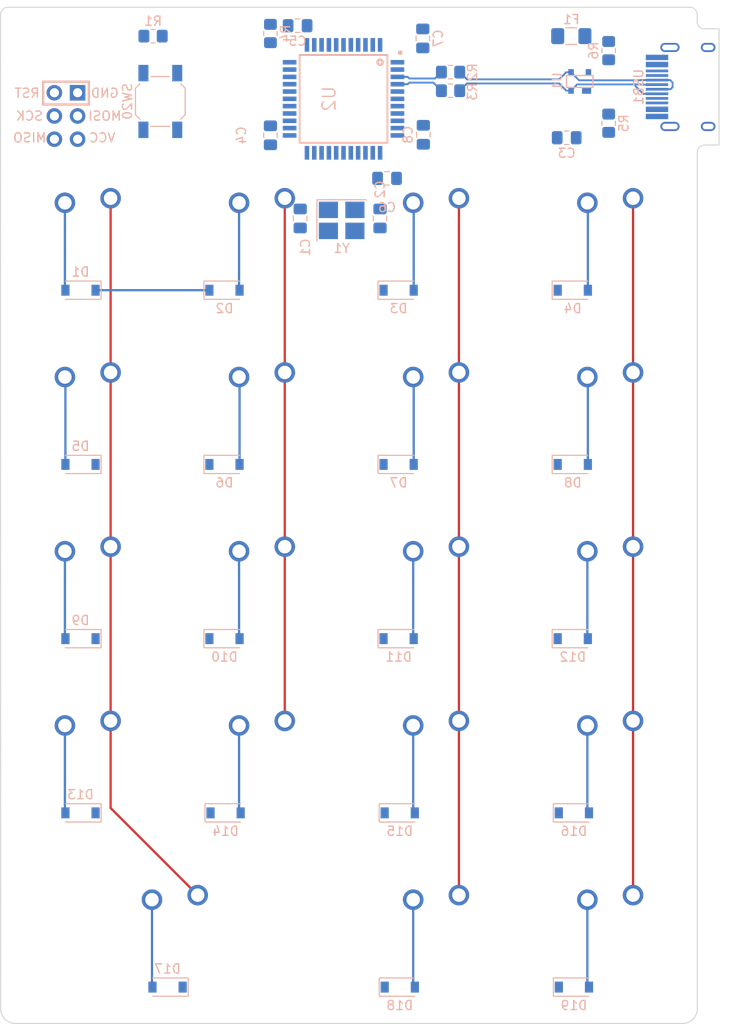
<source format=kicad_pcb>
(kicad_pcb (version 20211014) (generator pcbnew)
  (layers (0 "F.Cu" signal) (31 "B.Cu" signal) (34 "B.Paste" user) (35 "F.Paste" user) (36 "B.SilkS" user "B.Silkscreen") (37 "F.SilkS" user "F.Silkscreen") (38 "B.Mask" user) (39 "F.Mask" user) (44 "Edge.Cuts" user))
  (net 0 "")
  (net 1 "/XTAL1")
  (net 2 "GND")
  (net 3 "/XTAL2")
  (net 4 "+5V")
  (net 5 "Net-(C8-Pad1)")
  (net 6 "row0")
  (net 7 "Net-(D1-Pad2)")
  (net 8 "Net-(D2-Pad2)")
  (net 9 "Net-(D3-Pad2)")
  (net 10 "Net-(D4-Pad2)")
  (net 11 "row1")
  (net 12 "Net-(D5-Pad2)")
  (net 13 "Net-(D6-Pad2)")
  (net 14 "Net-(D7-Pad2)")
  (net 15 "Net-(D8-Pad2)")
  (net 16 "row2")
  (net 17 "Net-(D9-Pad2)")
  (net 18 "Net-(D10-Pad2)")
  (net 19 "Net-(D11-Pad2)")
  (net 20 "Net-(D12-Pad2)")
  (net 21 "row3")
  (net 22 "Net-(D13-Pad2)")
  (net 23 "Net-(D14-Pad2)")
  (net 24 "Net-(D15-Pad2)")
  (net 25 "Net-(D16-Pad2)")
  (net 26 "row4")
  (net 27 "Net-(D17-Pad2)")
  (net 28 "Net-(D18-Pad2)")
  (net 29 "Net-(D19-Pad2)")
  (net 30 "VCC")
  (net 31 "/MISO")
  (net 32 "/SCK")
  (net 33 "/MOSI")
  (net 34 "/Reset")
  (net 35 "/D-")
  (net 36 "/D+")
  (net 37 "Net-(R4-Pad1)")
  (net 38 "Net-(R5-Pad2)")
  (net 39 "Net-(R6-Pad2)")
  (net 40 "col0")
  (net 41 "col1")
  (net 42 "col2")
  (net 43 "col3")
  (net 60 "DN")
  (net 61 "DP")
  (footprint "Alps_Only:ALPS-1U" (layer "F.Cu") (at 83.34375 101.6)
    (fp_text reference "SW11")
    (fp_text value "#6")
    (pad "1" thru_hole circle locked (at -2.5 -4) (size 2.25 2.25) (drill 1.47) (layers *.Cu "B.Mask") (net 19 "Net-(D11-Pad2)"))
    (pad "2" thru_hole circle locked (at 2.5 -4.5) (size 2.25 2.25) (drill 1.47) (layers *.Cu "B.Mask") (net 42 "col2"))
  )
  (footprint "Alps_Only:ALPS-1U" (layer "F.Cu") (at 83.34375 63.5)
    (fp_text reference "SW3")
    (fp_text value "mult")
    (pad "1" thru_hole circle locked (at -2.5 -4) (size 2.25 2.25) (drill 1.47) (layers *.Cu "B.Mask") (net 9 "Net-(D3-Pad2)"))
    (pad "2" thru_hole circle locked (at 2.5 -4.5) (size 2.25 2.25) (drill 1.47) (layers *.Cu "B.Mask") (net 42 "col2"))
  )
  (footprint "Alps_Only:ALPS-1U" (layer "F.Cu") (at 45.24375 101.6)
    (fp_text reference "SW9")
    (fp_text value "#4")
    (pad "1" thru_hole circle locked (at -2.5 -4) (size 2.25 2.25) (drill 1.47) (layers *.Cu "B.Mask") (net 17 "Net-(D9-Pad2)"))
    (pad "2" thru_hole circle locked (at 2.5 -4.5) (size 2.25 2.25) (drill 1.47) (layers *.Cu "B.Mask") (net 40 "col0"))
  )
  (footprint "Alps_Only:ALPS-1U" (layer "F.Cu") (at 102.39375 120.65)
    (fp_text reference "SW16")
    (fp_text value "ent0")
    (pad "1" thru_hole circle locked (at -2.5 -4) (size 2.25 2.25) (drill 1.47) (layers *.Cu "B.Mask") (net 25 "Net-(D16-Pad2)"))
    (pad "2" thru_hole circle locked (at 2.5 -4.5) (size 2.25 2.25) (drill 1.47) (layers *.Cu "B.Mask") (net 43 "col3"))
  )
  (footprint "Alps_Only:ALPS-1U" (layer "F.Cu") (at 45.24375 63.5)
    (fp_text reference "SW1")
    (fp_text value "num")
    (pad "1" thru_hole circle locked (at -2.5 -4) (size 2.25 2.25) (drill 1.47) (layers *.Cu "B.Mask") (net 7 "Net-(D1-Pad2)"))
    (pad "2" thru_hole circle locked (at 2.5 -4.5) (size 2.25 2.25) (drill 1.47) (layers *.Cu "B.Mask") (net 40 "col0"))
  )
  (footprint "Alps_Only:ALPS-1U" (layer "F.Cu") (at 64.29375 82.55)
    (fp_text reference "SW6")
    (fp_text value "#8")
    (pad "1" thru_hole circle locked (at -2.5 -4) (size 2.25 2.25) (drill 1.47) (layers *.Cu "B.Mask") (net 13 "Net-(D6-Pad2)"))
    (pad "2" thru_hole circle locked (at 2.5 -4.5) (size 2.25 2.25) (drill 1.47) (layers *.Cu "B.Mask") (net 41 "col1"))
  )
  (footprint "Alps_Only:ALPS-1U" (layer "F.Cu") (at 102.39375 139.7)
    (fp_text reference "SW19")
    (fp_text value "ent1")
    (pad "1" thru_hole circle locked (at -2.5 -4) (size 2.25 2.25) (drill 1.47) (layers *.Cu "B.Mask") (net 29 "Net-(D19-Pad2)"))
    (pad "2" thru_hole circle locked (at 2.5 -4.5) (size 2.25 2.25) (drill 1.47) (layers *.Cu "B.Mask") (net 43 "col3"))
  )
  (footprint "Alps_Only:ALPS-1U" (layer "F.Cu") (at 64.29375 120.65)
    (fp_text reference "SW14")
    (fp_text value "#2")
    (pad "1" thru_hole circle locked (at -2.5 -4) (size 2.25 2.25) (drill 1.47) (layers *.Cu "B.Mask") (net 23 "Net-(D14-Pad2)"))
    (pad "2" thru_hole circle locked (at 2.5 -4.5) (size 2.25 2.25) (drill 1.47) (layers *.Cu "B.Mask") (net 41 "col1"))
  )
  (footprint "Alps_Only:ALPS-1U" (layer "F.Cu") (at 102.39375 63.5)
    (fp_text reference "SW4")
    (fp_text value "min")
    (pad "1" thru_hole circle locked (at -2.5 -4) (size 2.25 2.25) (drill 1.47) (layers *.Cu "B.Mask") (net 10 "Net-(D4-Pad2)"))
    (pad "2" thru_hole circle locked (at 2.5 -4.5) (size 2.25 2.25) (drill 1.47) (layers *.Cu "B.Mask") (net 43 "col3"))
  )
  (footprint "Alps_Only:ALPS-1U" (layer "F.Cu") (at 64.29375 63.5)
    (fp_text reference "SW2")
    (fp_text value "div")
    (pad "1" thru_hole circle locked (at -2.5 -4) (size 2.25 2.25) (drill 1.47) (layers *.Cu "B.Mask") (net 8 "Net-(D2-Pad2)"))
    (pad "2" thru_hole circle locked (at 2.5 -4.5) (size 2.25 2.25) (drill 1.47) (layers *.Cu "B.Mask") (net 41 "col1"))
  )
  (footprint "Alps_Only:ALPS-1U" (layer "F.Cu") (at 102.39375 82.55)
    (fp_text reference "SW8")
    (fp_text value "plu0")
    (pad "1" thru_hole circle locked (at -2.5 -4) (size 2.25 2.25) (drill 1.47) (layers *.Cu "B.Mask") (net 15 "Net-(D8-Pad2)"))
    (pad "2" thru_hole circle locked (at 2.5 -4.5) (size 2.25 2.25) (drill 1.47) (layers *.Cu "B.Mask") (net 43 "col3"))
  )
  (footprint "Alps_Only:ALPS-1U" (layer "F.Cu") (at 83.34375 120.65)
    (fp_text reference "SW15")
    (fp_text value "#3")
    (pad "1" thru_hole circle locked (at -2.5 -4) (size 2.25 2.25) (drill 1.47) (layers *.Cu "B.Mask") (net 24 "Net-(D15-Pad2)"))
    (pad "2" thru_hole circle locked (at 2.5 -4.5) (size 2.25 2.25) (drill 1.47) (layers *.Cu "B.Mask") (net 42 "col2"))
  )
  (footprint "Alps_Only:ALPS-1U" (layer "F.Cu") (at 83.34375 139.7)
    (fp_text reference "SW18")
    (fp_text value "kom")
    (pad "1" thru_hole circle locked (at -2.5 -4) (size 2.25 2.25) (drill 1.47) (layers *.Cu "B.Mask") (net 28 "Net-(D18-Pad2)"))
    (pad "2" thru_hole circle locked (at 2.5 -4.5) (size 2.25 2.25) (drill 1.47) (layers *.Cu "B.Mask") (net 42 "col2"))
  )
  (footprint "Alps_Only:ALPS-1U" (layer "F.Cu") (at 83.34375 82.55)
    (fp_text reference "SW7")
    (fp_text value "#9")
    (pad "1" thru_hole circle locked (at -2.5 -4) (size 2.25 2.25) (drill 1.47) (layers *.Cu "B.Mask") (net 14 "Net-(D7-Pad2)"))
    (pad "2" thru_hole circle locked (at 2.5 -4.5) (size 2.25 2.25) (drill 1.47) (layers *.Cu "B.Mask") (net 42 "col2"))
  )
  (footprint "Alps_Only:ALPS-1U" (layer "F.Cu") (at 45.24375 120.65)
    (fp_text reference "SW13")
    (fp_text value "#1")
    (pad "1" thru_hole circle locked (at -2.5 -4) (size 2.25 2.25) (drill 1.47) (layers *.Cu "B.Mask") (net 22 "Net-(D13-Pad2)"))
    (pad "2" thru_hole circle locked (at 2.5 -4.5) (size 2.25 2.25) (drill 1.47) (layers *.Cu "B.Mask") (net 40 "col0"))
  )
  (footprint "Alps_Only:ALPS-1U" (layer "F.Cu") (at 45.24375 82.55)
    (fp_text reference "SW5")
    (fp_text value "#7")
    (pad "1" thru_hole circle locked (at -2.5 -4) (size 2.25 2.25) (drill 1.47) (layers *.Cu "B.Mask") (net 12 "Net-(D5-Pad2)"))
    (pad "2" thru_hole circle locked (at 2.5 -4.5) (size 2.25 2.25) (drill 1.47) (layers *.Cu "B.Mask") (net 40 "col0"))
  )
  (footprint "Alps_Only:ALPS-1U" (layer "F.Cu") (at 102.39375 101.6)
    (fp_text reference "SW12")
    (fp_text value "plu1")
    (pad "1" thru_hole circle locked (at -2.5 -4) (size 2.25 2.25) (drill 1.47) (layers *.Cu "B.Mask") (net 20 "Net-(D12-Pad2)"))
    (pad "2" thru_hole circle locked (at 2.5 -4.5) (size 2.25 2.25) (drill 1.47) (layers *.Cu "B.Mask") (net 43 "col3"))
  )
  (footprint "Alps_Only:ALPS-2U" (layer "F.Cu") (at 54.76875 139.7)
    (fp_text reference "SW17")
    (fp_text value "#0")
    (pad "1" thru_hole circle locked (at -2.5 -4) (size 2.25 2.25) (drill 1.47) (layers *.Cu "B.Mask") (net 27 "Net-(D17-Pad2)"))
    (pad "2" thru_hole circle locked (at 2.5 -4.5) (size 2.25 2.25) (drill 1.47) (layers *.Cu "B.Mask") (net 40 "col0"))
  )
  (footprint "Alps_Only:ALPS-1U" (layer "F.Cu") (at 64.29375 101.6)
    (fp_text reference "SW10")
    (fp_text value "#5")
    (pad "1" thru_hole circle locked (at -2.5 -4) (size 2.25 2.25) (drill 1.47) (layers *.Cu "B.Mask") (net 18 "Net-(D10-Pad2)"))
    (pad "2" thru_hole circle locked (at 2.5 -4.5) (size 2.25 2.25) (drill 1.47) (layers *.Cu "B.Mask") (net 41 "col1"))
  )
  (footprint "Crystal:Crystal_SMD_3225-4Pin_3.2x2.5mm_HandSoldering" (layer "B.Cu") (at 73.01625 61.42025)
    (fp_text reference "Y1" (at 0 3.05) (layer "B.SilkS") (effects (justify mirror)))
    (fp_text value "XTAL")
    (pad "1" smd rect (at -1.45 -1.15) (size 2.1 1.8) (layers "B.Cu" "B.Paste" "B.Mask") (net 1 "/XTAL1"))
    (pad "2" smd rect (at 1.45 -1.15) (size 2.1 1.8) (layers "B.Cu" "B.Paste" "B.Mask") (net 2 "GND"))
    (pad "3" smd rect (at 1.45 1.15) (size 2.1 1.8) (layers "B.Cu" "B.Paste" "B.Mask") (net 3 "/XTAL2"))
    (pad "4" smd rect (at -1.45 1.15) (size 2.1 1.8) (layers "B.Cu" "B.Paste" "B.Mask") (net 2 "GND"))
  )
  (footprint "Resistor_SMD:R_0805_2012Metric_Pad1.20x1.40mm_HandSolder" (layer "B.Cu") (at 65.22475 40.98925 90)
    (fp_text reference "R4" (at 0 1.65 90) (layer "B.SilkS") (effects (justify mirror)))
    (fp_text value "10k")
    (pad "1" smd roundrect (at -1 0 90) (size 1.2 1.4) (layers "B.Cu" "B.Paste" "B.Mask") (roundrect_rratio 0.208333) (net 37 "Net-(R4-Pad1)"))
    (pad "2" smd roundrect (at 1 0 90) (size 1.2 1.4) (layers "B.Cu" "B.Paste" "B.Mask") (roundrect_rratio 0.208333) (net 2 "GND"))
  )
  (footprint "Diode_SMD:D_SOD-123" (layer "B.Cu") (at 60.32 126.20625)
    (fp_text reference "D14" (at 0 2) (layer "B.SilkS") (effects (justify mirror)))
    (fp_text value "D")
    (pad "1" smd rect (at -1.65 0) (size 0.9 1.2) (layers "B.Cu" "B.Paste" "B.Mask") (net 21 "row3"))
    (pad "2" smd rect (at 1.65 0) (size 0.9 1.2) (layers "B.Cu" "B.Paste" "B.Mask") (net 23 "Net-(D14-Pad2)"))
  )
  (footprint "Resistor_SMD:R_0805_2012Metric_Pad1.20x1.40mm_HandSolder" (layer "B.Cu") (at 84.93125 45.212 180)
    (fp_text reference "R2" (at -2.38125 0 90) (layer "B.SilkS") (effects (justify mirror)))
    (fp_text value "22")
    (pad "1" smd roundrect (at -1 0 180) (size 1.2 1.4) (layers "B.Cu" "B.Paste" "B.Mask") (roundrect_rratio 0.208333) (net 60 "DN"))
    (pad "2" smd roundrect (at 1 0 180) (size 1.2 1.4) (layers "B.Cu" "B.Paste" "B.Mask") (roundrect_rratio 0.208333) (net 35 "/D-"))
  )
  (footprint "Fuse:Fuse_1206_3216Metric_Pad1.42x1.75mm_HandSolder" (layer "B.Cu") (at 98.1375 41.275 180)
    (fp_text reference "F1" (at 0 1.82) (layer "B.SilkS") (effects (justify mirror)))
    (fp_text value "500mA")
    (pad "1" smd roundrect (at -1.4875 0 180) (size 1.425 1.75) (layers "B.Cu" "B.Paste" "B.Mask") (roundrect_rratio 0.175439) (net 30 "VCC"))
    (pad "2" smd roundrect (at 1.4875 0 180) (size 1.425 1.75) (layers "B.Cu" "B.Paste" "B.Mask") (roundrect_rratio 0.175439) (net 4 "+5V"))
  )
  (footprint "random-keyboard-parts:Reset_Pretty-Mask" (layer "B.Cu") (at 42.8625 50.00625)
    (fp_text reference "J1")
    (fp_text value "AVR-ISP-6")
    (fp_text user "GND" (at 4.25 -2.5) (layer "B.SilkS") (effects (justify mirror)))
    (fp_text user "RST" (at -4.25 -2.5) (layer "B.SilkS") (effects (justify mirror)))
    (fp_text user "VCC" (at 3.96875 2.38125) (layer "B.SilkS") (effects (justify mirror)))
    (fp_text user "SCK" (at -4 0) (layer "B.SilkS") (effects (justify mirror)))
    (fp_text user "MISO" (at -3.96875 2.38125) (layer "B.SilkS") (effects (justify mirror)))
    (fp_text user "MOSI" (at 4.25 0) (layer "B.SilkS") (effects (justify mirror)))
    (pad "1" thru_hole circle locked (at -1.27 2.54) (size 1.7 1.7) (drill 1) (layers *.Cu "B.Mask") (net 31 "/MISO"))
    (pad "2" thru_hole circle locked (at 1.27 2.54) (size 1.7 1.7) (drill 1) (layers *.Cu "B.Mask") (net 4 "+5V"))
    (pad "3" thru_hole circle locked (at -1.27 0) (size 1.7 1.7) (drill 1) (layers *.Cu "B.Mask") (net 32 "/SCK"))
    (pad "4" thru_hole circle locked (at 1.27 0) (size 1.7 1.7) (drill 1) (layers *.Cu "B.Mask") (net 33 "/MOSI"))
    (pad "5" thru_hole circle locked (at -1.27 -2.54) (size 1.7 1.7) (drill 1) (layers *.Cu "B.Mask") (net 34 "/Reset"))
    (pad "6" thru_hole rect locked (at 1.27 -2.54) (size 1.7 1.7) (drill 1) (layers *.Cu "B.Mask") (net 2 "GND"))
  )
  (footprint "Resistor_SMD:R_0805_2012Metric_Pad1.20x1.40mm_HandSolder" (layer "B.Cu") (at 84.93125 47.244 180)
    (fp_text reference "R3" (at -2.38125 -0.11 90) (layer "B.SilkS") (effects (justify mirror)))
    (fp_text value "22")
    (pad "1" smd roundrect (at -1 0 180) (size 1.2 1.4) (layers "B.Cu" "B.Paste" "B.Mask") (roundrect_rratio 0.208333) (net 61 "DP"))
    (pad "2" smd roundrect (at 1 0 180) (size 1.2 1.4) (layers "B.Cu" "B.Paste" "B.Mask") (roundrect_rratio 0.208333) (net 36 "/D+"))
  )
  (footprint "Capacitor_SMD:C_0805_2012Metric_Pad1.18x1.45mm_HandSolder" (layer "B.Cu") (at 68.48125 61.214 -90)
    (fp_text reference "C1" (at 3.175 -0.56625 90) (layer "B.SilkS") (effects (justify mirror)))
    (fp_text value "22p")
    (pad "1" smd roundrect (at -1.0375 0 270) (size 1.175 1.45) (layers "B.Cu" "B.Paste" "B.Mask") (roundrect_rratio 0.212766) (net 1 "/XTAL1"))
    (pad "2" smd roundrect (at 1.0375 0 270) (size 1.175 1.45) (layers "B.Cu" "B.Paste" "B.Mask") (roundrect_rratio 0.212766) (net 2 "GND"))
  )
  (footprint "Diode_SMD:D_SOD-123" (layer "B.Cu") (at 98.298 69.05625)
    (fp_text reference "D4" (at 0 2) (layer "B.SilkS") (effects (justify mirror)))
    (fp_text value "D")
    (pad "1" smd rect (at -1.65 0) (size 0.9 1.2) (layers "B.Cu" "B.Paste" "B.Mask") (net 6 "row0"))
    (pad "2" smd rect (at 1.65 0) (size 0.9 1.2) (layers "B.Cu" "B.Paste" "B.Mask") (net 10 "Net-(D4-Pad2)"))
  )
  (footprint "Capacitor_SMD:C_0805_2012Metric_Pad1.18x1.45mm_HandSolder" (layer "B.Cu") (at 97.63125 52.3875)
    (fp_text reference "C3" (at 0 1.68) (layer "B.SilkS") (effects (justify mirror)))
    (fp_text value "0.1u")
    (pad "1" smd roundrect (at -1.0375 0) (size 1.175 1.45) (layers "B.Cu" "B.Paste" "B.Mask") (roundrect_rratio 0.212766) (net 4 "+5V"))
    (pad "2" smd roundrect (at 1.0375 0) (size 1.175 1.45) (layers "B.Cu" "B.Paste" "B.Mask") (roundrect_rratio 0.212766) (net 2 "GND"))
  )
  (footprint "random-keyboard-parts:SOT143B" (layer "B.Cu") (at 99.06 46.228 90)
    (fp_text reference "U1" (at 0 -2.45 90) (layer "B.SilkS") (effects (justify mirror)))
    (fp_text value "PRTR5V0U2X")
    (pad "1" smd rect locked (at -1 0.75 180) (size 1 0.7) (layers "B.Cu" "B.Paste" "B.Mask") (net 2 "GND"))
    (pad "2" smd rect locked (at -1 -0.95 180) (size 0.6 0.7) (layers "B.Cu" "B.Paste" "B.Mask") (net 61 "DP"))
    (pad "3" smd rect locked (at 1 -0.95 180) (size 0.6 0.7) (layers "B.Cu" "B.Paste" "B.Mask") (net 60 "DN"))
    (pad "4" smd rect locked (at 1 0.95 180) (size 0.6 0.7) (layers "B.Cu" "B.Paste" "B.Mask") (net 30 "VCC"))
  )
  (footprint "Resistor_SMD:R_0805_2012Metric_Pad1.20x1.40mm_HandSolder" (layer "B.Cu") (at 52.3875 41.275 180)
    (fp_text reference "R1" (at 0 1.65) (layer "B.SilkS") (effects (justify mirror)))
    (fp_text value "10k")
    (pad "1" smd roundrect (at -1 0 180) (size 1.2 1.4) (layers "B.Cu" "B.Paste" "B.Mask") (roundrect_rratio 0.208333) (net 4 "+5V"))
    (pad "2" smd roundrect (at 1 0 180) (size 1.2 1.4) (layers "B.Cu" "B.Paste" "B.Mask") (roundrect_rratio 0.208333) (net 34 "/Reset"))
  )
  (footprint "Capacitor_SMD:C_0805_2012Metric_Pad1.18x1.45mm_HandSolder" (layer "B.Cu") (at 81.8935 41.528 90)
    (fp_text reference "C7" (at 0 1.68 90) (layer "B.SilkS") (effects (justify mirror)))
    (fp_text value "10u")
    (pad "1" smd roundrect (at -1.0375 0 90) (size 1.175 1.45) (layers "B.Cu" "B.Paste" "B.Mask") (roundrect_rratio 0.212766) (net 4 "+5V"))
    (pad "2" smd roundrect (at 1.0375 0 90) (size 1.175 1.45) (layers "B.Cu" "B.Paste" "B.Mask") (roundrect_rratio 0.212766) (net 2 "GND"))
  )
  (footprint "Diode_SMD:D_SOD-123" (layer "B.Cu") (at 60.198 88.10625)
    (fp_text reference "D6" (at 0 2) (layer "B.SilkS") (effects (justify mirror)))
    (fp_text value "D")
    (pad "1" smd rect (at -1.65 0) (size 0.9 1.2) (layers "B.Cu" "B.Paste" "B.Mask") (net 11 "row1"))
    (pad "2" smd rect (at 1.65 0) (size 0.9 1.2) (layers "B.Cu" "B.Paste" "B.Mask") (net 13 "Net-(D6-Pad2)"))
  )
  (footprint "Resistor_SMD:R_0805_2012Metric_Pad1.20x1.40mm_HandSolder" (layer "B.Cu") (at 102.225 42.8625 -90)
    (fp_text reference "R6" (at 0 1.65 90) (layer "B.SilkS") (effects (justify mirror)))
    (fp_text value "5.1k")
    (pad "1" smd roundrect (at -1 0 270) (size 1.2 1.4) (layers "B.Cu" "B.Paste" "B.Mask") (roundrect_rratio 0.208333) (net 2 "GND"))
    (pad "2" smd roundrect (at 1 0 270) (size 1.2 1.4) (layers "B.Cu" "B.Paste" "B.Mask") (roundrect_rratio 0.208333) (net 39 "Net-(R6-Pad2)"))
  )
  (footprint "Diode_SMD:D_SOD-123" (layer "B.Cu") (at 44.45 107.15625 180)
    (fp_text reference "D9" (at 0 2) (layer "B.SilkS") (effects (justify mirror)))
    (fp_text value "D")
    (pad "1" smd rect (at -1.65 0 180) (size 0.9 1.2) (layers "B.Cu" "B.Paste" "B.Mask") (net 16 "row2"))
    (pad "2" smd rect (at 1.65 0 180) (size 0.9 1.2) (layers "B.Cu" "B.Paste" "B.Mask") (net 17 "Net-(D9-Pad2)"))
  )
  (footprint "Diode_SMD:D_SOD-123" (layer "B.Cu") (at 44.45 126.20625 180)
    (fp_text reference "D13" (at 0 2) (layer "B.SilkS") (effects (justify mirror)))
    (fp_text value "D")
    (pad "1" smd rect (at -1.65 0 180) (size 0.9 1.2) (layers "B.Cu" "B.Paste" "B.Mask") (net 21 "row3"))
    (pad "2" smd rect (at 1.65 0 180) (size 0.9 1.2) (layers "B.Cu" "B.Paste" "B.Mask") (net 22 "Net-(D13-Pad2)"))
  )
  (footprint "Diode_SMD:D_SOD-123" (layer "B.Cu") (at 98.298 107.15625)
    (fp_text reference "D12" (at 0 2) (layer "B.SilkS") (effects (justify mirror)))
    (fp_text value "D")
    (pad "1" smd rect (at -1.65 0) (size 0.9 1.2) (layers "B.Cu" "B.Paste" "B.Mask") (net 16 "row2"))
    (pad "2" smd rect (at 1.65 0) (size 0.9 1.2) (layers "B.Cu" "B.Paste" "B.Mask") (net 20 "Net-(D12-Pad2)"))
  )
  (footprint "Diode_SMD:D_SOD-123" (layer "B.Cu") (at 98.298 88.10625)
    (fp_text reference "D8" (at 0 2) (layer "B.SilkS") (effects (justify mirror)))
    (fp_text value "D")
    (pad "1" smd rect (at -1.65 0) (size 0.9 1.2) (layers "B.Cu" "B.Paste" "B.Mask") (net 11 "row1"))
    (pad "2" smd rect (at 1.65 0) (size 0.9 1.2) (layers "B.Cu" "B.Paste" "B.Mask") (net 15 "Net-(D8-Pad2)"))
  )
  (footprint "Capacitor_SMD:C_0805_2012Metric_Pad1.18x1.45mm_HandSolder" (layer "B.Cu") (at 81.95225 52.06425 -90)
    (fp_text reference "C8" (at 0 1.68 90) (layer "B.SilkS") (effects (justify mirror)))
    (fp_text value "1u")
    (pad "1" smd roundrect (at -1.0375 0 270) (size 1.175 1.45) (layers "B.Cu" "B.Paste" "B.Mask") (roundrect_rratio 0.212766) (net 5 "Net-(C8-Pad1)"))
    (pad "2" smd roundrect (at 1.0375 0 270) (size 1.175 1.45) (layers "B.Cu" "B.Paste" "B.Mask") (roundrect_rratio 0.212766) (net 2 "GND"))
  )
  (footprint "Diode_SMD:D_SOD-123" (layer "B.Cu") (at 44.45 88.10625 180)
    (fp_text reference "D5" (at 0 2) (layer "B.SilkS") (effects (justify mirror)))
    (fp_text value "D")
    (pad "1" smd rect (at -1.65 0 180) (size 0.9 1.2) (layers "B.Cu" "B.Paste" "B.Mask") (net 11 "row1"))
    (pad "2" smd rect (at 1.65 0 180) (size 0.9 1.2) (layers "B.Cu" "B.Paste" "B.Mask") (net 12 "Net-(D5-Pad2)"))
  )
  (footprint "Type-C:HRO-TYPE-C-31-M-12-HandSoldering" (layer "B.Cu") (at 115.71 46.83125 -90)
    (fp_text reference "USB1" (at 0 10.2 90) (layer "B.SilkS") (effects (justify mirror)))
    (fp_text value "HRO-TYPE-C-31-M-12")
    (pad "" np_thru_hole circle locked (at 2.89 6.25 270) (size 0.65 0.65) (drill 0.65) (layers *.Cu *.Mask))
    (pad "" np_thru_hole circle locked (at -2.89 6.25 270) (size 0.65 0.65) (drill 0.65) (layers *.Cu *.Mask))
    (pad "1" smd rect locked (at -3.225 8.195 270) (size 0.6 2.45) (layers "B.Cu" "B.Paste" "B.Mask") (net 2 "GND"))
    (pad "2" smd rect locked (at -2.45 8.195 270) (size 0.6 2.45) (layers "B.Cu" "B.Paste" "B.Mask") (net 30 "VCC"))
    (pad "3" smd rect locked (at -1.75 8.195 270) (size 0.3 2.45) (layers "B.Cu" "B.Paste" "B.Mask"))
    (pad "4" smd rect locked (at -1.25 8.195 270) (size 0.3 2.45) (layers "B.Cu" "B.Paste" "B.Mask") (net 39 "Net-(R6-Pad2)"))
    (pad "5" smd rect locked (at -0.75 8.195 270) (size 0.3 2.45) (layers "B.Cu" "B.Paste" "B.Mask") (net 60 "DN"))
    (pad "6" smd rect locked (at -0.25 8.195 270) (size 0.3 2.45) (layers "B.Cu" "B.Paste" "B.Mask") (net 61 "DP"))
    (pad "7" smd rect locked (at 0.25 8.195 270) (size 0.3 2.45) (layers "B.Cu" "B.Paste" "B.Mask") (net 60 "DN"))
    (pad "8" smd rect locked (at 0.75 8.195 270) (size 0.3 2.45) (layers "B.Cu" "B.Paste" "B.Mask") (net 61 "DP"))
    (pad "9" smd rect locked (at 1.25 8.195 270) (size 0.3 2.45) (layers "B.Cu" "B.Paste" "B.Mask"))
    (pad "10" smd rect locked (at 1.75 8.195 270) (size 0.3 2.45) (layers "B.Cu" "B.Paste" "B.Mask") (net 38 "Net-(R5-Pad2)"))
    (pad "11" smd rect locked (at 2.45 8.195 270) (size 0.6 2.45) (layers "B.Cu" "B.Paste" "B.Mask") (net 30 "VCC"))
    (pad "12" smd rect locked (at 3.225 8.195 270) (size 0.6 2.45) (layers "B.Cu" "B.Paste" "B.Mask") (net 2 "GND"))
    (pad "13" thru_hole oval locked (at -4.32 2.6 270) (size 1 1.6) (drill oval 0.6 1.2) (layers *.Cu "F.Mask") (net 2 "GND"))
    (pad "13" thru_hole oval locked (at -4.32 6.78 270) (size 1 2.1) (drill oval 0.6 1.7) (layers *.Cu "F.Mask") (net 2 "GND"))
    (pad "13" thru_hole oval locked (at 4.32 6.78 270) (size 1 2.1) (drill oval 0.6 1.7) (layers *.Cu "F.Mask") (net 2 "GND"))
    (pad "13" thru_hole oval locked (at 4.32 2.6 270) (size 1 1.6) (drill oval 0.6 1.2) (layers *.Cu "F.Mask") (net 2 "GND"))
  )
  (footprint "Diode_SMD:D_SOD-123" (layer "B.Cu") (at 98.425 145.25625)
    (fp_text reference "D19" (at 0 2) (layer "B.SilkS") (effects (justify mirror)))
    (fp_text value "D")
    (pad "1" smd rect (at -1.65 0) (size 0.9 1.2) (layers "B.Cu" "B.Paste" "B.Mask") (net 26 "row4"))
    (pad "2" smd rect (at 1.65 0) (size 0.9 1.2) (layers "B.Cu" "B.Paste" "B.Mask") (net 29 "Net-(D19-Pad2)"))
  )
  (footprint "Diode_SMD:D_SOD-123" (layer "B.Cu") (at 79.375 145.25625)
    (fp_text reference "D18" (at 0 2) (layer "B.SilkS") (effects (justify mirror)))
    (fp_text value "D")
    (pad "1" smd rect (at -1.65 0) (size 0.9 1.2) (layers "B.Cu" "B.Paste" "B.Mask") (net 26 "row4"))
    (pad "2" smd rect (at 1.65 0) (size 0.9 1.2) (layers "B.Cu" "B.Paste" "B.Mask") (net 28 "Net-(D18-Pad2)"))
  )
  (footprint "Capacitor_SMD:C_0805_2012Metric_Pad1.18x1.45mm_HandSolder" (layer "B.Cu") (at 68.197248 40.13675)
    (fp_text reference "C5" (at 0 1.68) (layer "B.SilkS") (effects (justify mirror)))
    (fp_text value "0.1u")
    (pad "1" smd roundrect (at -1.0375 0) (size 1.175 1.45) (layers "B.Cu" "B.Paste" "B.Mask") (roundrect_rratio 0.212766) (net 4 "+5V"))
    (pad "2" smd roundrect (at 1.0375 0) (size 1.175 1.45) (layers "B.Cu" "B.Paste" "B.Mask") (roundrect_rratio 0.212766) (net 2 "GND"))
  )
  (footprint "Capacitor_SMD:C_0805_2012Metric_Pad1.18x1.45mm_HandSolder" (layer "B.Cu") (at 77.2125 61.214 90)
    (fp_text reference "C2" (at 3.175 0 90) (layer "B.SilkS") (effects (justify mirror)))
    (fp_text value "22p")
    (pad "1" smd roundrect (at -1.0375 0 90) (size 1.175 1.45) (layers "B.Cu" "B.Paste" "B.Mask") (roundrect_rratio 0.212766) (net 3 "/XTAL2"))
    (pad "2" smd roundrect (at 1.0375 0 90) (size 1.175 1.45) (layers "B.Cu" "B.Paste" "B.Mask") (roundrect_rratio 0.212766) (net 2 "GND"))
  )
  (footprint "Diode_SMD:D_SOD-123" (layer "B.Cu") (at 98.42 126.20625)
    (fp_text reference "D16" (at 0 2) (layer "B.SilkS") (effects (justify mirror)))
    (fp_text value "D")
    (pad "1" smd rect (at -1.65 0) (size 0.9 1.2) (layers "B.Cu" "B.Paste" "B.Mask") (net 21 "row3"))
    (pad "2" smd rect (at 1.65 0) (size 0.9 1.2) (layers "B.Cu" "B.Paste" "B.Mask") (net 25 "Net-(D16-Pad2)"))
  )
  (footprint "Capacitor_SMD:C_0805_2012Metric_Pad1.18x1.45mm_HandSolder" (layer "B.Cu") (at 65.22475 52.119252 -90)
    (fp_text reference "C4" (at 0 3.175 90) (layer "B.SilkS") (effects (justify mirror)))
    (fp_text value "0.1u")
    (pad "1" smd roundrect (at -1.0375 0 270) (size 1.175 1.45) (layers "B.Cu" "B.Paste" "B.Mask") (roundrect_rratio 0.212766) (net 4 "+5V"))
    (pad "2" smd roundrect (at 1.0375 0 270) (size 1.175 1.45) (layers "B.Cu" "B.Paste" "B.Mask") (roundrect_rratio 0.212766) (net 2 "GND"))
  )
  (footprint "Diode_SMD:D_SOD-123" (layer "B.Cu") (at 79.248 107.15625)
    (fp_text reference "D11" (at 0 2) (layer "B.SilkS") (effects (justify mirror)))
    (fp_text value "D")
    (pad "1" smd rect (at -1.65 0) (size 0.9 1.2) (layers "B.Cu" "B.Paste" "B.Mask") (net 16 "row2"))
    (pad "2" smd rect (at 1.65 0) (size 0.9 1.2) (layers "B.Cu" "B.Paste" "B.Mask") (net 19 "Net-(D11-Pad2)"))
  )
  (footprint "Diode_SMD:D_SOD-123" (layer "B.Cu") (at 53.975 145.25625 180)
    (fp_text reference "D17" (at 0 2) (layer "B.SilkS") (effects (justify mirror)))
    (fp_text value "D")
    (pad "1" smd rect (at -1.65 0 180) (size 0.9 1.2) (layers "B.Cu" "B.Paste" "B.Mask") (net 26 "row4"))
    (pad "2" smd rect (at 1.65 0 180) (size 0.9 1.2) (layers "B.Cu" "B.Paste" "B.Mask") (net 27 "Net-(D17-Pad2)"))
  )
  (footprint "Button_Switch_SMD:SW_SPST_SKQG_WithStem" (layer "B.Cu") (at 53.18125 48.41875 -90)
    (fp_text reference "SW20" (at 0 3.6 90) (layer "B.SilkS") (effects (justify mirror)))
    (fp_text value "SW_Push_Reset")
    (pad "1" smd rect (at -3.1 1.85 270) (size 1.8 1.1) (layers "B.Cu" "B.Paste" "B.Mask") (net 34 "/Reset"))
    (pad "1" smd rect (at 3.1 1.85 270) (size 1.8 1.1) (layers "B.Cu" "B.Paste" "B.Mask") (net 34 "/Reset"))
    (pad "2" smd rect (at 3.1 -1.85 270) (size 1.8 1.1) (layers "B.Cu" "B.Paste" "B.Mask") (net 2 "GND"))
    (pad "2" smd rect (at -3.1 -1.85 270) (size 1.8 1.1) (layers "B.Cu" "B.Paste" "B.Mask") (net 2 "GND"))
  )
  (footprint "ATMEGA32U4-AU:QFP80P1200X1200X120-44N" (layer "B.Cu") (at 73.221 48.133 180)
    (fp_text reference "U2" (at 1.5875 0 90) (layer "B.SilkS") (effects (font (size 1.402291 1.402291)) (justify mirror)))
    (fp_text value "ATMEGA32U4-AU")
    (pad "1" smd rect locked (at -5.9 4 180) (size 1.5 0.5) (layers "B.Cu" "B.Paste" "B.Mask"))
    (pad "2" smd rect locked (at -5.9 3.2 180) (size 1.5 0.5) (layers "B.Cu" "B.Paste" "B.Mask") (net 4 "+5V"))
    (pad "3" smd rect locked (at -5.9 2.4 180) (size 1.5 0.5) (layers "B.Cu" "B.Paste" "B.Mask") (net 35 "/D-"))
    (pad "4" smd rect locked (at -5.9 1.6 180) (size 1.5 0.5) (layers "B.Cu" "B.Paste" "B.Mask") (net 36 "/D+"))
    (pad "5" smd rect locked (at -5.9 0.8 180) (size 1.5 0.5) (layers "B.Cu" "B.Paste" "B.Mask") (net 2 "GND"))
    (pad "6" smd rect locked (at -5.9 0 180) (size 1.5 0.5) (layers "B.Cu" "B.Paste" "B.Mask") (net 5 "Net-(C8-Pad1)"))
    (pad "7" smd rect locked (at -5.9 -0.8 180) (size 1.5 0.5) (layers "B.Cu" "B.Paste" "B.Mask") (net 4 "+5V"))
    (pad "8" smd rect locked (at -5.9 -1.6 180) (size 1.5 0.5) (layers "B.Cu" "B.Paste" "B.Mask"))
    (pad "9" smd rect locked (at -5.9 -2.4 180) (size 1.5 0.5) (layers "B.Cu" "B.Paste" "B.Mask") (net 32 "/SCK"))
    (pad "10" smd rect locked (at -5.9 -3.2 180) (size 1.5 0.5) (layers "B.Cu" "B.Paste" "B.Mask") (net 33 "/MOSI"))
    (pad "11" smd rect locked (at -5.9 -4 180) (size 1.5 0.5) (layers "B.Cu" "B.Paste" "B.Mask") (net 31 "/MISO"))
    (pad "12" smd rect locked (at -4 -5.9 180) (size 0.5 1.5) (layers "B.Cu" "B.Paste" "B.Mask"))
    (pad "13" smd rect locked (at -3.2 -5.9 180) (size 0.5 1.5) (layers "B.Cu" "B.Paste" "B.Mask") (net 34 "/Reset"))
    (pad "14" smd rect locked (at -2.4 -5.9 180) (size 0.5 1.5) (layers "B.Cu" "B.Paste" "B.Mask") (net 4 "+5V"))
    (pad "15" smd rect locked (at -1.6 -5.9 180) (size 0.5 1.5) (layers "B.Cu" "B.Paste" "B.Mask") (net 2 "GND"))
    (pad "16" smd rect locked (at -0.8 -5.9 180) (size 0.5 1.5) (layers "B.Cu" "B.Paste" "B.Mask") (net 3 "/XTAL2"))
    (pad "17" smd rect locked (at 0 -5.9 180) (size 0.5 1.5) (layers "B.Cu" "B.Paste" "B.Mask") (net 1 "/XTAL1"))
    (pad "18" smd rect locked (at 0.8 -5.9 180) (size 0.5 1.5) (layers "B.Cu" "B.Paste" "B.Mask") (net 26 "row4"))
    (pad "19" smd rect locked (at 1.6 -5.9 180) (size 0.5 1.5) (layers "B.Cu" "B.Paste" "B.Mask") (net 21 "row3"))
    (pad "20" smd rect locked (at 2.4 -5.9 180) (size 0.5 1.5) (layers "B.Cu" "B.Paste" "B.Mask") (net 16 "row2"))
    (pad "21" smd rect locked (at 3.2 -5.9 180) (size 0.5 1.5) (layers "B.Cu" "B.Paste" "B.Mask") (net 11 "row1"))
    (pad "22" smd rect locked (at 4 -5.9 180) (size 0.5 1.5) (layers "B.Cu" "B.Paste" "B.Mask") (net 6 "row0"))
    (pad "23" smd rect locked (at 5.9 -4 180) (size 1.5 0.5) (layers "B.Cu" "B.Paste" "B.Mask") (net 2 "GND"))
    (pad "24" smd rect locked (at 5.9 -3.2 180) (size 1.5 0.5) (layers "B.Cu" "B.Paste" "B.Mask") (net 4 "+5V"))
    (pad "25" smd rect locked (at 5.9 -2.4 180) (size 1.5 0.5) (layers "B.Cu" "B.Paste" "B.Mask"))
    (pad "26" smd rect locked (at 5.9 -1.6 180) (size 1.5 0.5) (layers "B.Cu" "B.Paste" "B.Mask"))
    (pad "27" smd rect locked (at 5.9 -0.8 180) (size 1.5 0.5) (layers "B.Cu" "B.Paste" "B.Mask"))
    (pad "28" smd rect locked (at 5.9 0 180) (size 1.5 0.5) (layers "B.Cu" "B.Paste" "B.Mask"))
    (pad "29" smd rect locked (at 5.9 0.8 180) (size 1.5 0.5) (layers "B.Cu" "B.Paste" "B.Mask") (net 42 "col2"))
    (pad "30" smd rect locked (at 5.9 1.6 180) (size 1.5 0.5) (layers "B.Cu" "B.Paste" "B.Mask") (net 43 "col3"))
    (pad "31" smd rect locked (at 5.9 2.4 180) (size 1.5 0.5) (layers "B.Cu" "B.Paste" "B.Mask") (net 41 "col1"))
    (pad "32" smd rect locked (at 5.9 3.2 180) (size 1.5 0.5) (layers "B.Cu" "B.Paste" "B.Mask") (net 40 "col0"))
    (pad "33" smd rect locked (at 5.9 4 180) (size 1.5 0.5) (layers "B.Cu" "B.Paste" "B.Mask") (net 37 "Net-(R4-Pad1)"))
    (pad "34" smd rect locked (at 4 5.9 180) (size 0.5 1.5) (layers "B.Cu" "B.Paste" "B.Mask") (net 4 "+5V"))
    (pad "35" smd rect locked (at 3.2 5.9 180) (size 0.5 1.5) (layers "B.Cu" "B.Paste" "B.Mask") (net 2 "GND"))
    (pad "36" smd rect locked (at 2.4 5.9 180) (size 0.5 1.5) (layers "B.Cu" "B.Paste" "B.Mask"))
    (pad "37" smd rect locked (at 1.6 5.9 180) (size 0.5 1.5) (layers "B.Cu" "B.Paste" "B.Mask"))
    (pad "38" smd rect locked (at 0.8 5.9 180) (size 0.5 1.5) (layers "B.Cu" "B.Paste" "B.Mask"))
    (pad "39" smd rect locked (at 0 5.9 180) (size 0.5 1.5) (layers "B.Cu" "B.Paste" "B.Mask"))
    (pad "40" smd rect locked (at -0.8 5.9 180) (size 0.5 1.5) (layers "B.Cu" "B.Paste" "B.Mask"))
    (pad "41" smd rect locked (at -1.6 5.9 180) (size 0.5 1.5) (layers "B.Cu" "B.Paste" "B.Mask"))
    (pad "42" smd rect locked (at -2.4 5.9 180) (size 0.5 1.5) (layers "B.Cu" "B.Paste" "B.Mask"))
    (pad "43" smd rect locked (at -3.2 5.9 180) (size 0.5 1.5) (layers "B.Cu" "B.Paste" "B.Mask") (net 2 "GND"))
    (pad "44" smd rect locked (at -4 5.9 180) (size 0.5 1.5) (layers "B.Cu" "B.Paste" "B.Mask") (net 4 "+5V"))
  )
  (footprint "Diode_SMD:D_SOD-123" (layer "B.Cu") (at 60.199 69.05625)
    (fp_text reference "D2" (at 0 2) (layer "B.SilkS") (effects (justify mirror)))
    (fp_text value "D")
    (pad "1" smd rect (at -1.65 0) (size 0.9 1.2) (layers "B.Cu" "B.Paste" "B.Mask") (net 6 "row0"))
    (pad "2" smd rect (at 1.65 0) (size 0.9 1.2) (layers "B.Cu" "B.Paste" "B.Mask") (net 8 "Net-(D2-Pad2)"))
  )
  (footprint "Diode_SMD:D_SOD-123" (layer "B.Cu") (at 44.45 69.05625 180)
    (fp_text reference "D1" (at 0 2) (layer "B.SilkS") (effects (justify mirror)))
    (fp_text value "D")
    (pad "1" smd rect (at -1.65 0 180) (size 0.9 1.2) (layers "B.Cu" "B.Paste" "B.Mask") (net 6 "row0"))
    (pad "2" smd rect (at 1.65 0 180) (size 0.9 1.2) (layers "B.Cu" "B.Paste" "B.Mask") (net 7 "Net-(D1-Pad2)"))
  )
  (footprint "Diode_SMD:D_SOD-123" (layer "B.Cu") (at 79.37 126.20625)
    (fp_text reference "D15" (at 0 2) (layer "B.SilkS") (effects (justify mirror)))
    (fp_text value "D")
    (pad "1" smd rect (at -1.65 0) (size 0.9 1.2) (layers "B.Cu" "B.Paste" "B.Mask") (net 21 "row3"))
    (pad "2" smd rect (at 1.65 0) (size 0.9 1.2) (layers "B.Cu" "B.Paste" "B.Mask") (net 24 "Net-(D15-Pad2)"))
  )
  (footprint "Capacitor_SMD:C_0805_2012Metric_Pad1.18x1.45mm_HandSolder" (layer "B.Cu") (at 77.9835 56.82675 180)
    (fp_text reference "C6" (at 0 -3.175) (layer "B.SilkS") (effects (justify mirror)))
    (fp_text value "0.1u")
    (pad "1" smd roundrect (at -1.0375 0 180) (size 1.175 1.45) (layers "B.Cu" "B.Paste" "B.Mask") (roundrect_rratio 0.212766) (net 4 "+5V"))
    (pad "2" smd roundrect (at 1.0375 0 180) (size 1.175 1.45) (layers "B.Cu" "B.Paste" "B.Mask") (roundrect_rratio 0.212766) (net 2 "GND"))
  )
  (footprint "Diode_SMD:D_SOD-123" (layer "B.Cu") (at 79.248 69.05625)
    (fp_text reference "D3" (at 0 2) (layer "B.SilkS") (effects (justify mirror)))
    (fp_text value "D")
    (pad "1" smd rect (at -1.65 0) (size 0.9 1.2) (layers "B.Cu" "B.Paste" "B.Mask") (net 6 "row0"))
    (pad "2" smd rect (at 1.65 0) (size 0.9 1.2) (layers "B.Cu" "B.Paste" "B.Mask") (net 9 "Net-(D3-Pad2)"))
  )
  (footprint "Diode_SMD:D_SOD-123" (layer "B.Cu") (at 60.198 107.15625)
    (fp_text reference "D10" (at 0 2) (layer "B.SilkS") (effects (justify mirror)))
    (fp_text value "D")
    (pad "1" smd rect (at -1.65 0) (size 0.9 1.2) (layers "B.Cu" "B.Paste" "B.Mask") (net 16 "row2"))
    (pad "2" smd rect (at 1.65 0) (size 0.9 1.2) (layers "B.Cu" "B.Paste" "B.Mask") (net 18 "Net-(D10-Pad2)"))
  )
  (footprint "Resistor_SMD:R_0805_2012Metric_Pad1.20x1.40mm_HandSolder" (layer "B.Cu") (at 102.225 50.8 90)
    (fp_text reference "R5" (at 0 1.65 90) (layer "B.SilkS") (effects (justify mirror)))
    (fp_text value "5.1k")
    (pad "1" smd roundrect (at -1 0 90) (size 1.2 1.4) (layers "B.Cu" "B.Paste" "B.Mask") (roundrect_rratio 0.208333) (net 2 "GND"))
    (pad "2" smd roundrect (at 1 0 90) (size 1.2 1.4) (layers "B.Cu" "B.Paste" "B.Mask") (roundrect_rratio 0.208333) (net 38 "Net-(R5-Pad2)"))
  )
  (footprint "Diode_SMD:D_SOD-123" (layer "B.Cu") (at 79.248 88.10625)
    (fp_text reference "D7" (at 0 2) (layer "B.SilkS") (effects (justify mirror)))
    (fp_text value "D")
    (pad "1" smd rect (at -1.65 0) (size 0.9 1.2) (layers "B.Cu" "B.Paste" "B.Mask") (net 11 "row1"))
    (pad "2" smd rect (at 1.65 0) (size 0.9 1.2) (layers "B.Cu" "B.Paste" "B.Mask") (net 14 "Net-(D7-Pad2)"))
  )
  (gr_line (start 111.908516 38.915266) (end 111.908516 39.697734) (layer "Edge.Cuts") (width 0.1))
  (gr_arc (start 111.91875 147.6375) (mid 111.453782 148.760032) (end 110.33125 149.225) (layer "Edge.Cuts") (width 0.1))
  (gr_line (start 111.91875 147.6375) (end 111.91875 53.975) (layer "Edge.Cuts") (width 0.1))
  (gr_line (start 35.708516 38.915266) (end 35.71875 147.6375) (layer "Edge.Cuts") (width 0.1))
  (gr_line (start 114.3 40.48125) (end 114.3 53.18125) (layer "Edge.Cuts") (width 0.1))
  (gr_arc (start 112.702266 40.491484) (mid 112.141 40.259) (end 111.908516 39.697734) (layer "Edge.Cuts") (width 0.1))
  (gr_line (start 36.502266 38.121516) (end 111.114766 38.121516) (layer "Edge.Cuts") (width 0.1))
  (gr_arc (start 37.30625 149.225) (mid 36.183718 148.760032) (end 35.71875 147.6375) (layer "Edge.Cuts") (width 0.1))
  (gr_line (start 112.7125 40.48125) (end 114.3 40.48125) (layer "Edge.Cuts") (width 0.1))
  (gr_arc (start 111.91875 53.975) (mid 112.151234 53.413734) (end 112.7125 53.18125) (layer "Edge.Cuts") (width 0.1))
  (gr_arc (start 35.708516 38.915266) (mid 35.941 38.354) (end 36.502266 38.121516) (layer "Edge.Cuts") (width 0.1))
  (gr_arc (start 111.114766 38.121516) (mid 111.676032 38.354) (end 111.908516 38.915266) (layer "Edge.Cuts") (width 0.1))
  (gr_line (start 37.30625 149.225) (end 110.33125 149.225) (layer "Edge.Cuts") (width 0.1))
  (gr_line (start 114.3 53.18125) (end 112.7125 53.18125) (layer "Edge.Cuts") (width 0.1))
  (segment (start 46.1 69.05625) (end 58.549 69.05625) (width 0.25) (layer "B.Cu") (net 6))
  (segment (start 42.74375 59.76175) (end 42.799 59.817) (width 0.25) (layer "F.Cu") (net 7))
  (segment (start 42.74375 59.5) (end 42.74375 59.76175) (width 0.25) (layer "F.Cu") (net 7))
  (segment (start 42.74375 59.5) (end 42.74375 69.03275) (width 0.25) (layer "B.Cu") (net 7))
  (segment (start 42.74375 69.03275) (end 42.799 69.088) (width 0.25) (layer "B.Cu") (net 7))
  (segment (start 61.79375 59.5) (end 61.79375 69.03275) (width 0.25) (layer "B.Cu") (net 8))
  (segment (start 61.79375 69.03275) (end 61.849 69.088) (width 0.25) (layer "B.Cu") (net 8))
  (segment (start 80.899 69.03275) (end 80.95425 69.088) (width 0.25) (layer "B.Cu") (net 9))
  (segment (start 80.899 59.5) (end 80.899 69.03275) (width 0.25) (layer "B.Cu") (net 9))
  (segment (start 99.949 69.03275) (end 100.00425 69.088) (width 0.25) (layer "B.Cu") (net 10))
  (segment (start 99.949 59.5) (end 99.949 69.03275) (width 0.25) (layer "B.Cu") (net 10))
  (segment (start 42.799 88.08275) (end 42.85425 88.138) (width 0.25) (layer "B.Cu") (net 12))
  (segment (start 42.799 78.55) (end 42.799 88.08275) (width 0.25) (layer "B.Cu") (net 12))
  (segment (start 61.849 78.55) (end 61.849 88.08275) (width 0.25) (layer "B.Cu") (net 13))
  (segment (start 61.849 88.08275) (end 61.90425 88.138) (width 0.25) (layer "B.Cu") (net 13))
  (segment (start 80.899 78.55) (end 80.899 88.08275) (width 0.25) (layer "B.Cu") (net 14))
  (segment (start 80.899 88.08275) (end 80.95425 88.138) (width 0.25) (layer "B.Cu") (net 14))
  (segment (start 99.949 78.55) (end 99.949 88.08275) (width 0.25) (layer "B.Cu") (net 15))
  (segment (start 99.949 88.08275) (end 100.00425 88.138) (width 0.25) (layer "B.Cu") (net 15))
  (segment (start 42.74375 97.6) (end 42.74375 107.1) (width 0.25) (layer "B.Cu") (net 17))
  (segment (start 42.74375 107.1) (end 42.8 107.15625) (width 0.25) (layer "B.Cu") (net 17))
  (segment (start 61.79375 107.102) (end 61.848 107.15625) (width 0.25) (layer "B.Cu") (net 18))
  (segment (start 61.79375 97.6) (end 61.79375 107.102) (width 0.25) (layer "B.Cu") (net 18))
  (segment (start 80.84375 97.6) (end 80.84375 107.102) (width 0.25) (layer "B.Cu") (net 19))
  (segment (start 80.84375 107.102) (end 80.898 107.15625) (width 0.25) (layer "B.Cu") (net 19))
  (segment (start 99.89375 97.6) (end 99.89375 107.102) (width 0.25) (layer "B.Cu") (net 20))
  (segment (start 99.89375 107.102) (end 99.948 107.15625) (width 0.25) (layer "B.Cu") (net 20))
  (segment (start 42.74375 126.15) (end 42.8 126.20625) (width 0.25) (layer "B.Cu") (net 22))
  (segment (start 42.74375 116.65) (end 42.74375 126.15) (width 0.25) (layer "B.Cu") (net 22))
  (segment (start 61.79375 116.65) (end 61.79375 126.03) (width 0.25) (layer "B.Cu") (net 23))
  (segment (start 61.79375 126.03) (end 61.97 126.20625) (width 0.25) (layer "B.Cu") (net 23))
  (segment (start 80.84375 116.65) (end 80.84375 126.03) (width 0.25) (layer "B.Cu") (net 24))
  (segment (start 80.84375 126.03) (end 81.02 126.20625) (width 0.25) (layer "B.Cu") (net 24))
  (segment (start 99.89375 126.03) (end 100.07 126.20625) (width 0.25) (layer "B.Cu") (net 25))
  (segment (start 99.89375 116.65) (end 99.89375 126.03) (width 0.25) (layer "B.Cu") (net 25))
  (segment (start 52.26875 135.7) (end 52.26875 145.2) (width 0.25) (layer "B.Cu") (net 27))
  (segment (start 52.26875 145.2) (end 52.325 145.25625) (width 0.25) (layer "B.Cu") (net 27))
  (segment (start 80.84375 135.7) (end 80.84375 145.075) (width 0.25) (layer "B.Cu") (net 28))
  (segment (start 80.84375 145.075) (end 81.025 145.25625) (width 0.25) (layer "B.Cu") (net 28))
  (segment (start 99.89375 135.7) (end 99.89375 145.075) (width 0.25) (layer "B.Cu") (net 29))
  (segment (start 99.89375 145.075) (end 100.075 145.25625) (width 0.25) (layer "B.Cu") (net 29))
  (segment (start 83.23525 45.908) (end 83.93125 45.212) (width 0.2) (layer "B.Cu") (net 35))
  (segment (start 80.246001 45.733) (end 80.421001 45.908) (width 0.2) (layer "B.Cu") (net 35))
  (segment (start 80.421001 45.908) (end 83.23525 45.908) (width 0.2) (layer "B.Cu") (net 35))
  (segment (start 79.121 45.733) (end 80.246001 45.733) (width 0.2) (layer "B.Cu") (net 35))
  (segment (start 83.04525 46.358) (end 83.93125 47.244) (width 0.2) (layer "B.Cu") (net 36))
  (segment (start 80.421001 46.358) (end 83.04525 46.358) (width 0.2) (layer "B.Cu") (net 36))
  (segment (start 80.246001 46.533) (end 80.421001 46.358) (width 0.2) (layer "B.Cu") (net 36))
  (segment (start 79.121 46.533) (end 80.246001 46.533) (width 0.2) (layer "B.Cu") (net 36))
  (segment (start 47.74375 125.675) (end 57.26875 135.2) (width 0.25) (layer "F.Cu") (net 40))
  (segment (start 47.74375 116.15) (end 47.74375 125.675) (width 0.25) (layer "F.Cu") (net 40))
  (segment (start 47.74375 59) (end 47.74375 78.05) (width 0.25) (layer "F.Cu") (net 40))
  (segment (start 47.74375 97.1) (end 47.74375 116.15) (width 0.25) (layer "F.Cu") (net 40))
  (segment (start 47.74375 78.05) (end 47.74375 97.1) (width 0.25) (layer "F.Cu") (net 40))
  (segment (start 66.79375 97.1) (end 66.79375 116.15) (width 0.25) (layer "F.Cu") (net 41))
  (segment (start 66.79375 78.05) (end 66.79375 97.1) (width 0.25) (layer "F.Cu") (net 41))
  (segment (start 66.79375 59) (end 66.79375 78.05) (width 0.25) (layer "F.Cu") (net 41))
  (segment (start 85.84375 116.15) (end 85.84375 97.1) (width 0.25) (layer "F.Cu") (net 42))
  (segment (start 85.84375 135.2) (end 85.84375 116.15) (width 0.25) (layer "F.Cu") (net 42))
  (segment (start 85.84375 59) (end 85.84375 78.05) (width 0.25) (layer "F.Cu") (net 42))
  (segment (start 85.84375 78.05) (end 85.84375 97.1) (width 0.25) (layer "F.Cu") (net 42))
  (segment (start 104.89375 97.1) (end 104.89375 116.15) (width 0.25) (layer "F.Cu") (net 43))
  (segment (start 104.89375 78.05) (end 104.89375 97.1) (width 0.25) (layer "F.Cu") (net 43))
  (segment (start 104.89375 59) (end 104.89375 78.05) (width 0.25) (layer "F.Cu") (net 43))
  (segment (start 104.89375 116.15) (end 104.89375 135.2) (width 0.25) (layer "F.Cu") (net 43))
  (segment (start 96.809999 46.003) (end 86.72225 46.003) (width 0.2) (layer "B.Cu") (net 60))
  (segment (start 107.515 46.08125) (end 105.677499 46.08125) (width 0.2) (layer "B.Cu") (net 60))
  (segment (start 109.22 46.355) (end 109.22 46.85125) (width 0.2) (layer "B.Cu") (net 60))
  (segment (start 107.515 46.08125) (end 108.94625 46.08125) (width 0.2) (layer "B.Cu") (net 60))
  (segment (start 98.11 45.278) (end 98.11 45.228) (width 0.2) (layer "B.Cu") (net 60))
  (segment (start 105.652499 46.10625) (end 98.98825 46.10625) (width 0.2) (layer "B.Cu") (net 60))
  (segment (start 97.584999 45.228) (end 96.809999 46.003) (width 0.2) (layer "B.Cu") (net 60))
  (segment (start 109.22 46.85125) (end 108.99 47.08125) (width 0.2) (layer "B.Cu") (net 60))
  (segment (start 108.94625 46.08125) (end 109.22 46.355) (width 0.2) (layer "B.Cu") (net 60))
  (segment (start 105.677499 46.08125) (end 105.652499 46.10625) (width 0.2) (layer "B.Cu") (net 60))
  (segment (start 108.99 47.08125) (end 107.515 47.08125) (width 0.2) (layer "B.Cu") (net 60))
  (segment (start 98.98825 46.10625) (end 98.11 45.228) (width 0.2) (layer "B.Cu") (net 60))
  (segment (start 98.11 45.228) (end 97.584999 45.228) (width 0.2) (layer "B.Cu") (net 60))
  (segment (start 86.72225 46.003) (end 85.93125 45.212) (width 0.2) (layer "B.Cu") (net 60))
  (segment (start 98.78175 46.55625) (end 98.11 47.228) (width 0.2) (layer "B.Cu") (net 61))
  (segment (start 104.46825 46.55625) (end 98.78175 46.55625) (width 0.2) (layer "B.Cu") (net 61))
  (segment (start 104.97625 46.55625) (end 104.46825 46.55625) (width 0.2) (layer "B.Cu") (net 61))
  (segment (start 96.809999 46.453) (end 86.72225 46.453) (width 0.2) (layer "B.Cu") (net 61))
  (segment (start 105.652499 46.55625) (end 104.46825 46.55625) (width 0.2) (layer "B.Cu") (net 61))
  (segment (start 107.515 46.58125) (end 105.677499 46.58125) (width 0.2) (layer "B.Cu") (net 61))
  (segment (start 98.11 47.228) (end 97.584999 47.228) (width 0.2) (layer "B.Cu") (net 61))
  (segment (start 107.515 47.58125) (end 107.47125 47.625) (width 0.2) (layer "B.Cu") (net 61))
  (segment (start 105.677499 46.58125) (end 105.652499 46.55625) (width 0.2) (layer "B.Cu") (net 61))
  (segment (start 107.515 47.58125) (end 106.00125 47.58125) (width 0.2) (layer "B.Cu") (net 61))
  (segment (start 86.72225 46.453) (end 85.93125 47.244) (width 0.2) (layer "B.Cu") (net 61))
  (segment (start 97.584999 47.228) (end 96.809999 46.453) (width 0.2) (layer "B.Cu") (net 61))
  (segment (start 106.00125 47.58125) (end 104.97625 46.55625) (width 0.2) (layer "B.Cu") (net 61))
)
</source>
